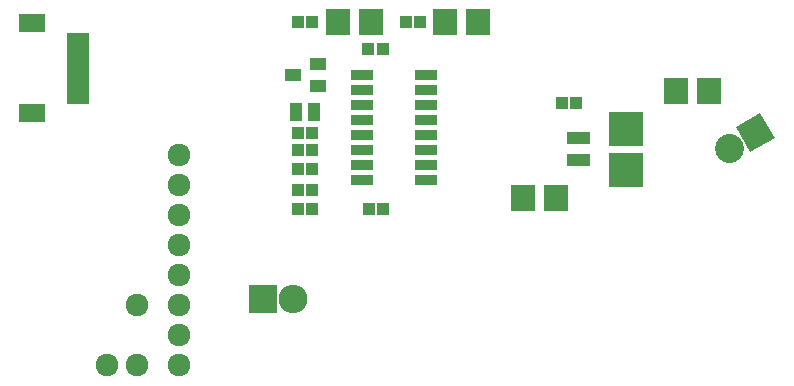
<source format=gbr>
G04 #@! TF.FileFunction,Soldermask,Top*
%FSLAX46Y46*%
G04 Gerber Fmt 4.6, Leading zero omitted, Abs format (unit mm)*
G04 Created by KiCad (PCBNEW 4.0.4-stable) date 02/11/17 12:35:40*
%MOMM*%
%LPD*%
G01*
G04 APERTURE LIST*
%ADD10C,0.100000*%
%ADD11C,2.432000*%
%ADD12R,1.100000X1.000000*%
%ADD13R,2.000200X2.203400*%
%ADD14R,1.035000X1.543000*%
%ADD15R,1.400760X0.999440*%
%ADD16R,1.900000X0.900000*%
%ADD17R,0.800000X1.100000*%
%ADD18R,2.432000X2.432000*%
%ADD19O,2.432000X2.432000*%
%ADD20R,2.900000X2.900000*%
%ADD21C,1.924000*%
%ADD22R,1.950000X1.000000*%
%ADD23R,2.200000X1.600000*%
G04 APERTURE END LIST*
D10*
G36*
X175238913Y-83104913D02*
X177345087Y-81888913D01*
X178561087Y-83995087D01*
X176454913Y-85211087D01*
X175238913Y-83104913D01*
X175238913Y-83104913D01*
G37*
D11*
X174700295Y-84820000D02*
X174700295Y-84820000D01*
D12*
X145350000Y-76500000D03*
X144150000Y-76500000D03*
X148500000Y-74200000D03*
X147300000Y-74200000D03*
D13*
X150603000Y-74200000D03*
X153397000Y-74200000D03*
D12*
X139350000Y-74150000D03*
X138150000Y-74150000D03*
D13*
X141603000Y-74150000D03*
X144397000Y-74150000D03*
D12*
X139350000Y-86600000D03*
X138150000Y-86600000D03*
X144200000Y-90000000D03*
X145400000Y-90000000D03*
X161762122Y-81000000D03*
X160562122Y-81000000D03*
D13*
X160047000Y-89100000D03*
X157253000Y-89100000D03*
D14*
X138038000Y-81800000D03*
X139562000Y-81800000D03*
D15*
X139856640Y-79602500D03*
X137743360Y-78650000D03*
X139856640Y-77697500D03*
D12*
X139400000Y-83600000D03*
X138200000Y-83600000D03*
X139400000Y-85000000D03*
X138200000Y-85000000D03*
X139400000Y-88400000D03*
X138200000Y-88400000D03*
X139400000Y-90000000D03*
X138200000Y-90000000D03*
D16*
X143600000Y-78660000D03*
X143600000Y-79930000D03*
X143600000Y-81200000D03*
X143600000Y-82470000D03*
X143600000Y-83740000D03*
X143600000Y-85010000D03*
X143600000Y-86280000D03*
X143600000Y-87550000D03*
X149000000Y-87550000D03*
X149000000Y-86280000D03*
X149000000Y-85010000D03*
X149000000Y-83740000D03*
X149000000Y-82470000D03*
X149000000Y-81200000D03*
X149000000Y-79930000D03*
X149000000Y-78660000D03*
D17*
X162612122Y-84000000D03*
X161962122Y-84000000D03*
X161312122Y-84000000D03*
X161312122Y-85900000D03*
X162612122Y-85900000D03*
X161962122Y-85900000D03*
D13*
X173000000Y-80000000D03*
X170206000Y-80000000D03*
D18*
X135210000Y-97650000D03*
D19*
X137750000Y-97650000D03*
D20*
X166000000Y-83250000D03*
X166000000Y-86750000D03*
D21*
X128100000Y-103260000D03*
X128100000Y-100720000D03*
X128100000Y-98180000D03*
X128100000Y-95640000D03*
X128100000Y-93100000D03*
X128100000Y-90560000D03*
X128100000Y-88020000D03*
X128100000Y-85480000D03*
X124544000Y-103260000D03*
X122004000Y-103260000D03*
X124550000Y-98160000D03*
D22*
X119537500Y-75600000D03*
X119537500Y-76600000D03*
X119537500Y-77600000D03*
X119537500Y-78600000D03*
X119537500Y-79600000D03*
X119537500Y-80600000D03*
D23*
X115662500Y-74300000D03*
X115662500Y-81900000D03*
M02*

</source>
